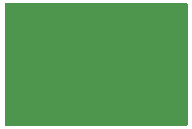
<source format=gbr>
%TF.GenerationSoftware,KiCad,Pcbnew,(6.0.10)*%
%TF.CreationDate,2023-01-04T22:23:02+01:00*%
%TF.ProjectId,LFCSP-8 Breakout,4c464353-502d-4382-9042-7265616b6f75,rev?*%
%TF.SameCoordinates,Original*%
%TF.FileFunction,Soldermask,Top*%
%TF.FilePolarity,Negative*%
%FSLAX46Y46*%
G04 Gerber Fmt 4.6, Leading zero omitted, Abs format (unit mm)*
G04 Created by KiCad (PCBNEW (6.0.10)) date 2023-01-04 22:23:02*
%MOMM*%
%LPD*%
G01*
G04 APERTURE LIST*
G04 APERTURE END LIST*
G36*
X160027949Y-96395130D02*
G01*
X160067323Y-96405680D01*
X160095341Y-96421856D01*
X160118144Y-96444659D01*
X160134320Y-96472677D01*
X160144870Y-96512051D01*
X160147000Y-96528227D01*
X160147000Y-106671773D01*
X160144870Y-106687949D01*
X160134320Y-106727323D01*
X160118144Y-106755341D01*
X160095341Y-106778144D01*
X160067323Y-106794320D01*
X160027949Y-106804870D01*
X160011773Y-106807000D01*
X144788227Y-106807000D01*
X144772051Y-106804870D01*
X144732677Y-106794320D01*
X144704659Y-106778144D01*
X144681856Y-106755341D01*
X144665680Y-106727323D01*
X144655130Y-106687949D01*
X144653000Y-106671773D01*
X144653000Y-96528227D01*
X144655130Y-96512051D01*
X144665680Y-96472677D01*
X144681856Y-96444659D01*
X144704659Y-96421856D01*
X144732677Y-96405680D01*
X144772051Y-96395130D01*
X144788227Y-96393000D01*
X160011773Y-96393000D01*
X160027949Y-96395130D01*
G37*
M02*

</source>
